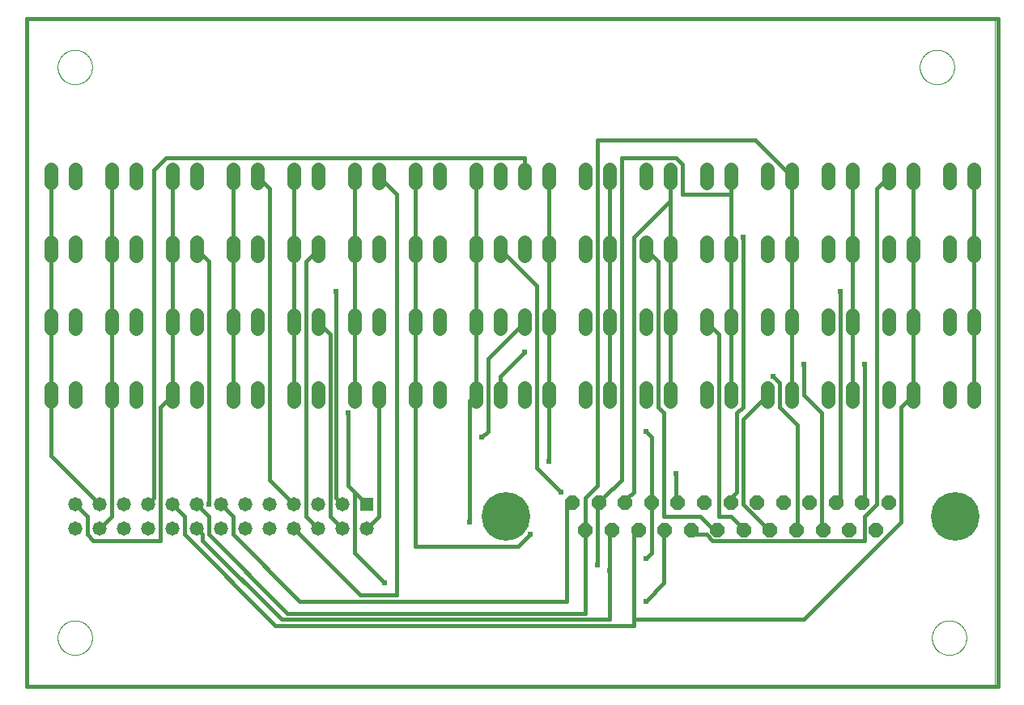
<source format=gtl>
G75*
%MOIN*%
%OFA0B0*%
%FSLAX25Y25*%
%IPPOS*%
%LPD*%
%AMOC8*
5,1,8,0,0,1.08239X$1,22.5*
%
%ADD10C,0.00000*%
%ADD11C,0.05600*%
%ADD12OC8,0.06000*%
%ADD13C,0.20000*%
%ADD14R,0.05800X0.05800*%
%ADD15C,0.05800*%
%ADD16C,0.01500*%
%ADD17C,0.02400*%
%ADD18C,0.01600*%
D10*
X0001800Y0001800D02*
X0001800Y0276761D01*
X0400501Y0276761D01*
X0400501Y0001800D01*
X0001800Y0001800D01*
X0014713Y0021800D02*
X0014715Y0021974D01*
X0014722Y0022148D01*
X0014732Y0022321D01*
X0014747Y0022495D01*
X0014766Y0022668D01*
X0014790Y0022840D01*
X0014817Y0023012D01*
X0014849Y0023183D01*
X0014885Y0023353D01*
X0014925Y0023522D01*
X0014970Y0023690D01*
X0015018Y0023857D01*
X0015071Y0024023D01*
X0015127Y0024188D01*
X0015188Y0024351D01*
X0015252Y0024512D01*
X0015321Y0024672D01*
X0015393Y0024830D01*
X0015470Y0024986D01*
X0015550Y0025141D01*
X0015634Y0025293D01*
X0015721Y0025443D01*
X0015813Y0025592D01*
X0015907Y0025737D01*
X0016006Y0025881D01*
X0016108Y0026022D01*
X0016213Y0026160D01*
X0016322Y0026296D01*
X0016434Y0026429D01*
X0016549Y0026559D01*
X0016667Y0026687D01*
X0016789Y0026811D01*
X0016913Y0026933D01*
X0017041Y0027051D01*
X0017171Y0027166D01*
X0017304Y0027278D01*
X0017440Y0027387D01*
X0017578Y0027492D01*
X0017719Y0027594D01*
X0017863Y0027693D01*
X0018008Y0027787D01*
X0018157Y0027879D01*
X0018307Y0027966D01*
X0018459Y0028050D01*
X0018614Y0028130D01*
X0018770Y0028207D01*
X0018928Y0028279D01*
X0019088Y0028348D01*
X0019249Y0028412D01*
X0019412Y0028473D01*
X0019577Y0028529D01*
X0019743Y0028582D01*
X0019910Y0028630D01*
X0020078Y0028675D01*
X0020247Y0028715D01*
X0020417Y0028751D01*
X0020588Y0028783D01*
X0020760Y0028810D01*
X0020932Y0028834D01*
X0021105Y0028853D01*
X0021279Y0028868D01*
X0021452Y0028878D01*
X0021626Y0028885D01*
X0021800Y0028887D01*
X0021974Y0028885D01*
X0022148Y0028878D01*
X0022321Y0028868D01*
X0022495Y0028853D01*
X0022668Y0028834D01*
X0022840Y0028810D01*
X0023012Y0028783D01*
X0023183Y0028751D01*
X0023353Y0028715D01*
X0023522Y0028675D01*
X0023690Y0028630D01*
X0023857Y0028582D01*
X0024023Y0028529D01*
X0024188Y0028473D01*
X0024351Y0028412D01*
X0024512Y0028348D01*
X0024672Y0028279D01*
X0024830Y0028207D01*
X0024986Y0028130D01*
X0025141Y0028050D01*
X0025293Y0027966D01*
X0025443Y0027879D01*
X0025592Y0027787D01*
X0025737Y0027693D01*
X0025881Y0027594D01*
X0026022Y0027492D01*
X0026160Y0027387D01*
X0026296Y0027278D01*
X0026429Y0027166D01*
X0026559Y0027051D01*
X0026687Y0026933D01*
X0026811Y0026811D01*
X0026933Y0026687D01*
X0027051Y0026559D01*
X0027166Y0026429D01*
X0027278Y0026296D01*
X0027387Y0026160D01*
X0027492Y0026022D01*
X0027594Y0025881D01*
X0027693Y0025737D01*
X0027787Y0025592D01*
X0027879Y0025443D01*
X0027966Y0025293D01*
X0028050Y0025141D01*
X0028130Y0024986D01*
X0028207Y0024830D01*
X0028279Y0024672D01*
X0028348Y0024512D01*
X0028412Y0024351D01*
X0028473Y0024188D01*
X0028529Y0024023D01*
X0028582Y0023857D01*
X0028630Y0023690D01*
X0028675Y0023522D01*
X0028715Y0023353D01*
X0028751Y0023183D01*
X0028783Y0023012D01*
X0028810Y0022840D01*
X0028834Y0022668D01*
X0028853Y0022495D01*
X0028868Y0022321D01*
X0028878Y0022148D01*
X0028885Y0021974D01*
X0028887Y0021800D01*
X0028885Y0021626D01*
X0028878Y0021452D01*
X0028868Y0021279D01*
X0028853Y0021105D01*
X0028834Y0020932D01*
X0028810Y0020760D01*
X0028783Y0020588D01*
X0028751Y0020417D01*
X0028715Y0020247D01*
X0028675Y0020078D01*
X0028630Y0019910D01*
X0028582Y0019743D01*
X0028529Y0019577D01*
X0028473Y0019412D01*
X0028412Y0019249D01*
X0028348Y0019088D01*
X0028279Y0018928D01*
X0028207Y0018770D01*
X0028130Y0018614D01*
X0028050Y0018459D01*
X0027966Y0018307D01*
X0027879Y0018157D01*
X0027787Y0018008D01*
X0027693Y0017863D01*
X0027594Y0017719D01*
X0027492Y0017578D01*
X0027387Y0017440D01*
X0027278Y0017304D01*
X0027166Y0017171D01*
X0027051Y0017041D01*
X0026933Y0016913D01*
X0026811Y0016789D01*
X0026687Y0016667D01*
X0026559Y0016549D01*
X0026429Y0016434D01*
X0026296Y0016322D01*
X0026160Y0016213D01*
X0026022Y0016108D01*
X0025881Y0016006D01*
X0025737Y0015907D01*
X0025592Y0015813D01*
X0025443Y0015721D01*
X0025293Y0015634D01*
X0025141Y0015550D01*
X0024986Y0015470D01*
X0024830Y0015393D01*
X0024672Y0015321D01*
X0024512Y0015252D01*
X0024351Y0015188D01*
X0024188Y0015127D01*
X0024023Y0015071D01*
X0023857Y0015018D01*
X0023690Y0014970D01*
X0023522Y0014925D01*
X0023353Y0014885D01*
X0023183Y0014849D01*
X0023012Y0014817D01*
X0022840Y0014790D01*
X0022668Y0014766D01*
X0022495Y0014747D01*
X0022321Y0014732D01*
X0022148Y0014722D01*
X0021974Y0014715D01*
X0021800Y0014713D01*
X0021626Y0014715D01*
X0021452Y0014722D01*
X0021279Y0014732D01*
X0021105Y0014747D01*
X0020932Y0014766D01*
X0020760Y0014790D01*
X0020588Y0014817D01*
X0020417Y0014849D01*
X0020247Y0014885D01*
X0020078Y0014925D01*
X0019910Y0014970D01*
X0019743Y0015018D01*
X0019577Y0015071D01*
X0019412Y0015127D01*
X0019249Y0015188D01*
X0019088Y0015252D01*
X0018928Y0015321D01*
X0018770Y0015393D01*
X0018614Y0015470D01*
X0018459Y0015550D01*
X0018307Y0015634D01*
X0018157Y0015721D01*
X0018008Y0015813D01*
X0017863Y0015907D01*
X0017719Y0016006D01*
X0017578Y0016108D01*
X0017440Y0016213D01*
X0017304Y0016322D01*
X0017171Y0016434D01*
X0017041Y0016549D01*
X0016913Y0016667D01*
X0016789Y0016789D01*
X0016667Y0016913D01*
X0016549Y0017041D01*
X0016434Y0017171D01*
X0016322Y0017304D01*
X0016213Y0017440D01*
X0016108Y0017578D01*
X0016006Y0017719D01*
X0015907Y0017863D01*
X0015813Y0018008D01*
X0015721Y0018157D01*
X0015634Y0018307D01*
X0015550Y0018459D01*
X0015470Y0018614D01*
X0015393Y0018770D01*
X0015321Y0018928D01*
X0015252Y0019088D01*
X0015188Y0019249D01*
X0015127Y0019412D01*
X0015071Y0019577D01*
X0015018Y0019743D01*
X0014970Y0019910D01*
X0014925Y0020078D01*
X0014885Y0020247D01*
X0014849Y0020417D01*
X0014817Y0020588D01*
X0014790Y0020760D01*
X0014766Y0020932D01*
X0014747Y0021105D01*
X0014732Y0021279D01*
X0014722Y0021452D01*
X0014715Y0021626D01*
X0014713Y0021800D01*
X0014713Y0256800D02*
X0014715Y0256974D01*
X0014722Y0257148D01*
X0014732Y0257321D01*
X0014747Y0257495D01*
X0014766Y0257668D01*
X0014790Y0257840D01*
X0014817Y0258012D01*
X0014849Y0258183D01*
X0014885Y0258353D01*
X0014925Y0258522D01*
X0014970Y0258690D01*
X0015018Y0258857D01*
X0015071Y0259023D01*
X0015127Y0259188D01*
X0015188Y0259351D01*
X0015252Y0259512D01*
X0015321Y0259672D01*
X0015393Y0259830D01*
X0015470Y0259986D01*
X0015550Y0260141D01*
X0015634Y0260293D01*
X0015721Y0260443D01*
X0015813Y0260592D01*
X0015907Y0260737D01*
X0016006Y0260881D01*
X0016108Y0261022D01*
X0016213Y0261160D01*
X0016322Y0261296D01*
X0016434Y0261429D01*
X0016549Y0261559D01*
X0016667Y0261687D01*
X0016789Y0261811D01*
X0016913Y0261933D01*
X0017041Y0262051D01*
X0017171Y0262166D01*
X0017304Y0262278D01*
X0017440Y0262387D01*
X0017578Y0262492D01*
X0017719Y0262594D01*
X0017863Y0262693D01*
X0018008Y0262787D01*
X0018157Y0262879D01*
X0018307Y0262966D01*
X0018459Y0263050D01*
X0018614Y0263130D01*
X0018770Y0263207D01*
X0018928Y0263279D01*
X0019088Y0263348D01*
X0019249Y0263412D01*
X0019412Y0263473D01*
X0019577Y0263529D01*
X0019743Y0263582D01*
X0019910Y0263630D01*
X0020078Y0263675D01*
X0020247Y0263715D01*
X0020417Y0263751D01*
X0020588Y0263783D01*
X0020760Y0263810D01*
X0020932Y0263834D01*
X0021105Y0263853D01*
X0021279Y0263868D01*
X0021452Y0263878D01*
X0021626Y0263885D01*
X0021800Y0263887D01*
X0021974Y0263885D01*
X0022148Y0263878D01*
X0022321Y0263868D01*
X0022495Y0263853D01*
X0022668Y0263834D01*
X0022840Y0263810D01*
X0023012Y0263783D01*
X0023183Y0263751D01*
X0023353Y0263715D01*
X0023522Y0263675D01*
X0023690Y0263630D01*
X0023857Y0263582D01*
X0024023Y0263529D01*
X0024188Y0263473D01*
X0024351Y0263412D01*
X0024512Y0263348D01*
X0024672Y0263279D01*
X0024830Y0263207D01*
X0024986Y0263130D01*
X0025141Y0263050D01*
X0025293Y0262966D01*
X0025443Y0262879D01*
X0025592Y0262787D01*
X0025737Y0262693D01*
X0025881Y0262594D01*
X0026022Y0262492D01*
X0026160Y0262387D01*
X0026296Y0262278D01*
X0026429Y0262166D01*
X0026559Y0262051D01*
X0026687Y0261933D01*
X0026811Y0261811D01*
X0026933Y0261687D01*
X0027051Y0261559D01*
X0027166Y0261429D01*
X0027278Y0261296D01*
X0027387Y0261160D01*
X0027492Y0261022D01*
X0027594Y0260881D01*
X0027693Y0260737D01*
X0027787Y0260592D01*
X0027879Y0260443D01*
X0027966Y0260293D01*
X0028050Y0260141D01*
X0028130Y0259986D01*
X0028207Y0259830D01*
X0028279Y0259672D01*
X0028348Y0259512D01*
X0028412Y0259351D01*
X0028473Y0259188D01*
X0028529Y0259023D01*
X0028582Y0258857D01*
X0028630Y0258690D01*
X0028675Y0258522D01*
X0028715Y0258353D01*
X0028751Y0258183D01*
X0028783Y0258012D01*
X0028810Y0257840D01*
X0028834Y0257668D01*
X0028853Y0257495D01*
X0028868Y0257321D01*
X0028878Y0257148D01*
X0028885Y0256974D01*
X0028887Y0256800D01*
X0028885Y0256626D01*
X0028878Y0256452D01*
X0028868Y0256279D01*
X0028853Y0256105D01*
X0028834Y0255932D01*
X0028810Y0255760D01*
X0028783Y0255588D01*
X0028751Y0255417D01*
X0028715Y0255247D01*
X0028675Y0255078D01*
X0028630Y0254910D01*
X0028582Y0254743D01*
X0028529Y0254577D01*
X0028473Y0254412D01*
X0028412Y0254249D01*
X0028348Y0254088D01*
X0028279Y0253928D01*
X0028207Y0253770D01*
X0028130Y0253614D01*
X0028050Y0253459D01*
X0027966Y0253307D01*
X0027879Y0253157D01*
X0027787Y0253008D01*
X0027693Y0252863D01*
X0027594Y0252719D01*
X0027492Y0252578D01*
X0027387Y0252440D01*
X0027278Y0252304D01*
X0027166Y0252171D01*
X0027051Y0252041D01*
X0026933Y0251913D01*
X0026811Y0251789D01*
X0026687Y0251667D01*
X0026559Y0251549D01*
X0026429Y0251434D01*
X0026296Y0251322D01*
X0026160Y0251213D01*
X0026022Y0251108D01*
X0025881Y0251006D01*
X0025737Y0250907D01*
X0025592Y0250813D01*
X0025443Y0250721D01*
X0025293Y0250634D01*
X0025141Y0250550D01*
X0024986Y0250470D01*
X0024830Y0250393D01*
X0024672Y0250321D01*
X0024512Y0250252D01*
X0024351Y0250188D01*
X0024188Y0250127D01*
X0024023Y0250071D01*
X0023857Y0250018D01*
X0023690Y0249970D01*
X0023522Y0249925D01*
X0023353Y0249885D01*
X0023183Y0249849D01*
X0023012Y0249817D01*
X0022840Y0249790D01*
X0022668Y0249766D01*
X0022495Y0249747D01*
X0022321Y0249732D01*
X0022148Y0249722D01*
X0021974Y0249715D01*
X0021800Y0249713D01*
X0021626Y0249715D01*
X0021452Y0249722D01*
X0021279Y0249732D01*
X0021105Y0249747D01*
X0020932Y0249766D01*
X0020760Y0249790D01*
X0020588Y0249817D01*
X0020417Y0249849D01*
X0020247Y0249885D01*
X0020078Y0249925D01*
X0019910Y0249970D01*
X0019743Y0250018D01*
X0019577Y0250071D01*
X0019412Y0250127D01*
X0019249Y0250188D01*
X0019088Y0250252D01*
X0018928Y0250321D01*
X0018770Y0250393D01*
X0018614Y0250470D01*
X0018459Y0250550D01*
X0018307Y0250634D01*
X0018157Y0250721D01*
X0018008Y0250813D01*
X0017863Y0250907D01*
X0017719Y0251006D01*
X0017578Y0251108D01*
X0017440Y0251213D01*
X0017304Y0251322D01*
X0017171Y0251434D01*
X0017041Y0251549D01*
X0016913Y0251667D01*
X0016789Y0251789D01*
X0016667Y0251913D01*
X0016549Y0252041D01*
X0016434Y0252171D01*
X0016322Y0252304D01*
X0016213Y0252440D01*
X0016108Y0252578D01*
X0016006Y0252719D01*
X0015907Y0252863D01*
X0015813Y0253008D01*
X0015721Y0253157D01*
X0015634Y0253307D01*
X0015550Y0253459D01*
X0015470Y0253614D01*
X0015393Y0253770D01*
X0015321Y0253928D01*
X0015252Y0254088D01*
X0015188Y0254249D01*
X0015127Y0254412D01*
X0015071Y0254577D01*
X0015018Y0254743D01*
X0014970Y0254910D01*
X0014925Y0255078D01*
X0014885Y0255247D01*
X0014849Y0255417D01*
X0014817Y0255588D01*
X0014790Y0255760D01*
X0014766Y0255932D01*
X0014747Y0256105D01*
X0014732Y0256279D01*
X0014722Y0256452D01*
X0014715Y0256626D01*
X0014713Y0256800D01*
X0369713Y0256800D02*
X0369715Y0256974D01*
X0369722Y0257148D01*
X0369732Y0257321D01*
X0369747Y0257495D01*
X0369766Y0257668D01*
X0369790Y0257840D01*
X0369817Y0258012D01*
X0369849Y0258183D01*
X0369885Y0258353D01*
X0369925Y0258522D01*
X0369970Y0258690D01*
X0370018Y0258857D01*
X0370071Y0259023D01*
X0370127Y0259188D01*
X0370188Y0259351D01*
X0370252Y0259512D01*
X0370321Y0259672D01*
X0370393Y0259830D01*
X0370470Y0259986D01*
X0370550Y0260141D01*
X0370634Y0260293D01*
X0370721Y0260443D01*
X0370813Y0260592D01*
X0370907Y0260737D01*
X0371006Y0260881D01*
X0371108Y0261022D01*
X0371213Y0261160D01*
X0371322Y0261296D01*
X0371434Y0261429D01*
X0371549Y0261559D01*
X0371667Y0261687D01*
X0371789Y0261811D01*
X0371913Y0261933D01*
X0372041Y0262051D01*
X0372171Y0262166D01*
X0372304Y0262278D01*
X0372440Y0262387D01*
X0372578Y0262492D01*
X0372719Y0262594D01*
X0372863Y0262693D01*
X0373008Y0262787D01*
X0373157Y0262879D01*
X0373307Y0262966D01*
X0373459Y0263050D01*
X0373614Y0263130D01*
X0373770Y0263207D01*
X0373928Y0263279D01*
X0374088Y0263348D01*
X0374249Y0263412D01*
X0374412Y0263473D01*
X0374577Y0263529D01*
X0374743Y0263582D01*
X0374910Y0263630D01*
X0375078Y0263675D01*
X0375247Y0263715D01*
X0375417Y0263751D01*
X0375588Y0263783D01*
X0375760Y0263810D01*
X0375932Y0263834D01*
X0376105Y0263853D01*
X0376279Y0263868D01*
X0376452Y0263878D01*
X0376626Y0263885D01*
X0376800Y0263887D01*
X0376974Y0263885D01*
X0377148Y0263878D01*
X0377321Y0263868D01*
X0377495Y0263853D01*
X0377668Y0263834D01*
X0377840Y0263810D01*
X0378012Y0263783D01*
X0378183Y0263751D01*
X0378353Y0263715D01*
X0378522Y0263675D01*
X0378690Y0263630D01*
X0378857Y0263582D01*
X0379023Y0263529D01*
X0379188Y0263473D01*
X0379351Y0263412D01*
X0379512Y0263348D01*
X0379672Y0263279D01*
X0379830Y0263207D01*
X0379986Y0263130D01*
X0380141Y0263050D01*
X0380293Y0262966D01*
X0380443Y0262879D01*
X0380592Y0262787D01*
X0380737Y0262693D01*
X0380881Y0262594D01*
X0381022Y0262492D01*
X0381160Y0262387D01*
X0381296Y0262278D01*
X0381429Y0262166D01*
X0381559Y0262051D01*
X0381687Y0261933D01*
X0381811Y0261811D01*
X0381933Y0261687D01*
X0382051Y0261559D01*
X0382166Y0261429D01*
X0382278Y0261296D01*
X0382387Y0261160D01*
X0382492Y0261022D01*
X0382594Y0260881D01*
X0382693Y0260737D01*
X0382787Y0260592D01*
X0382879Y0260443D01*
X0382966Y0260293D01*
X0383050Y0260141D01*
X0383130Y0259986D01*
X0383207Y0259830D01*
X0383279Y0259672D01*
X0383348Y0259512D01*
X0383412Y0259351D01*
X0383473Y0259188D01*
X0383529Y0259023D01*
X0383582Y0258857D01*
X0383630Y0258690D01*
X0383675Y0258522D01*
X0383715Y0258353D01*
X0383751Y0258183D01*
X0383783Y0258012D01*
X0383810Y0257840D01*
X0383834Y0257668D01*
X0383853Y0257495D01*
X0383868Y0257321D01*
X0383878Y0257148D01*
X0383885Y0256974D01*
X0383887Y0256800D01*
X0383885Y0256626D01*
X0383878Y0256452D01*
X0383868Y0256279D01*
X0383853Y0256105D01*
X0383834Y0255932D01*
X0383810Y0255760D01*
X0383783Y0255588D01*
X0383751Y0255417D01*
X0383715Y0255247D01*
X0383675Y0255078D01*
X0383630Y0254910D01*
X0383582Y0254743D01*
X0383529Y0254577D01*
X0383473Y0254412D01*
X0383412Y0254249D01*
X0383348Y0254088D01*
X0383279Y0253928D01*
X0383207Y0253770D01*
X0383130Y0253614D01*
X0383050Y0253459D01*
X0382966Y0253307D01*
X0382879Y0253157D01*
X0382787Y0253008D01*
X0382693Y0252863D01*
X0382594Y0252719D01*
X0382492Y0252578D01*
X0382387Y0252440D01*
X0382278Y0252304D01*
X0382166Y0252171D01*
X0382051Y0252041D01*
X0381933Y0251913D01*
X0381811Y0251789D01*
X0381687Y0251667D01*
X0381559Y0251549D01*
X0381429Y0251434D01*
X0381296Y0251322D01*
X0381160Y0251213D01*
X0381022Y0251108D01*
X0380881Y0251006D01*
X0380737Y0250907D01*
X0380592Y0250813D01*
X0380443Y0250721D01*
X0380293Y0250634D01*
X0380141Y0250550D01*
X0379986Y0250470D01*
X0379830Y0250393D01*
X0379672Y0250321D01*
X0379512Y0250252D01*
X0379351Y0250188D01*
X0379188Y0250127D01*
X0379023Y0250071D01*
X0378857Y0250018D01*
X0378690Y0249970D01*
X0378522Y0249925D01*
X0378353Y0249885D01*
X0378183Y0249849D01*
X0378012Y0249817D01*
X0377840Y0249790D01*
X0377668Y0249766D01*
X0377495Y0249747D01*
X0377321Y0249732D01*
X0377148Y0249722D01*
X0376974Y0249715D01*
X0376800Y0249713D01*
X0376626Y0249715D01*
X0376452Y0249722D01*
X0376279Y0249732D01*
X0376105Y0249747D01*
X0375932Y0249766D01*
X0375760Y0249790D01*
X0375588Y0249817D01*
X0375417Y0249849D01*
X0375247Y0249885D01*
X0375078Y0249925D01*
X0374910Y0249970D01*
X0374743Y0250018D01*
X0374577Y0250071D01*
X0374412Y0250127D01*
X0374249Y0250188D01*
X0374088Y0250252D01*
X0373928Y0250321D01*
X0373770Y0250393D01*
X0373614Y0250470D01*
X0373459Y0250550D01*
X0373307Y0250634D01*
X0373157Y0250721D01*
X0373008Y0250813D01*
X0372863Y0250907D01*
X0372719Y0251006D01*
X0372578Y0251108D01*
X0372440Y0251213D01*
X0372304Y0251322D01*
X0372171Y0251434D01*
X0372041Y0251549D01*
X0371913Y0251667D01*
X0371789Y0251789D01*
X0371667Y0251913D01*
X0371549Y0252041D01*
X0371434Y0252171D01*
X0371322Y0252304D01*
X0371213Y0252440D01*
X0371108Y0252578D01*
X0371006Y0252719D01*
X0370907Y0252863D01*
X0370813Y0253008D01*
X0370721Y0253157D01*
X0370634Y0253307D01*
X0370550Y0253459D01*
X0370470Y0253614D01*
X0370393Y0253770D01*
X0370321Y0253928D01*
X0370252Y0254088D01*
X0370188Y0254249D01*
X0370127Y0254412D01*
X0370071Y0254577D01*
X0370018Y0254743D01*
X0369970Y0254910D01*
X0369925Y0255078D01*
X0369885Y0255247D01*
X0369849Y0255417D01*
X0369817Y0255588D01*
X0369790Y0255760D01*
X0369766Y0255932D01*
X0369747Y0256105D01*
X0369732Y0256279D01*
X0369722Y0256452D01*
X0369715Y0256626D01*
X0369713Y0256800D01*
X0374713Y0021800D02*
X0374715Y0021974D01*
X0374722Y0022148D01*
X0374732Y0022321D01*
X0374747Y0022495D01*
X0374766Y0022668D01*
X0374790Y0022840D01*
X0374817Y0023012D01*
X0374849Y0023183D01*
X0374885Y0023353D01*
X0374925Y0023522D01*
X0374970Y0023690D01*
X0375018Y0023857D01*
X0375071Y0024023D01*
X0375127Y0024188D01*
X0375188Y0024351D01*
X0375252Y0024512D01*
X0375321Y0024672D01*
X0375393Y0024830D01*
X0375470Y0024986D01*
X0375550Y0025141D01*
X0375634Y0025293D01*
X0375721Y0025443D01*
X0375813Y0025592D01*
X0375907Y0025737D01*
X0376006Y0025881D01*
X0376108Y0026022D01*
X0376213Y0026160D01*
X0376322Y0026296D01*
X0376434Y0026429D01*
X0376549Y0026559D01*
X0376667Y0026687D01*
X0376789Y0026811D01*
X0376913Y0026933D01*
X0377041Y0027051D01*
X0377171Y0027166D01*
X0377304Y0027278D01*
X0377440Y0027387D01*
X0377578Y0027492D01*
X0377719Y0027594D01*
X0377863Y0027693D01*
X0378008Y0027787D01*
X0378157Y0027879D01*
X0378307Y0027966D01*
X0378459Y0028050D01*
X0378614Y0028130D01*
X0378770Y0028207D01*
X0378928Y0028279D01*
X0379088Y0028348D01*
X0379249Y0028412D01*
X0379412Y0028473D01*
X0379577Y0028529D01*
X0379743Y0028582D01*
X0379910Y0028630D01*
X0380078Y0028675D01*
X0380247Y0028715D01*
X0380417Y0028751D01*
X0380588Y0028783D01*
X0380760Y0028810D01*
X0380932Y0028834D01*
X0381105Y0028853D01*
X0381279Y0028868D01*
X0381452Y0028878D01*
X0381626Y0028885D01*
X0381800Y0028887D01*
X0381974Y0028885D01*
X0382148Y0028878D01*
X0382321Y0028868D01*
X0382495Y0028853D01*
X0382668Y0028834D01*
X0382840Y0028810D01*
X0383012Y0028783D01*
X0383183Y0028751D01*
X0383353Y0028715D01*
X0383522Y0028675D01*
X0383690Y0028630D01*
X0383857Y0028582D01*
X0384023Y0028529D01*
X0384188Y0028473D01*
X0384351Y0028412D01*
X0384512Y0028348D01*
X0384672Y0028279D01*
X0384830Y0028207D01*
X0384986Y0028130D01*
X0385141Y0028050D01*
X0385293Y0027966D01*
X0385443Y0027879D01*
X0385592Y0027787D01*
X0385737Y0027693D01*
X0385881Y0027594D01*
X0386022Y0027492D01*
X0386160Y0027387D01*
X0386296Y0027278D01*
X0386429Y0027166D01*
X0386559Y0027051D01*
X0386687Y0026933D01*
X0386811Y0026811D01*
X0386933Y0026687D01*
X0387051Y0026559D01*
X0387166Y0026429D01*
X0387278Y0026296D01*
X0387387Y0026160D01*
X0387492Y0026022D01*
X0387594Y0025881D01*
X0387693Y0025737D01*
X0387787Y0025592D01*
X0387879Y0025443D01*
X0387966Y0025293D01*
X0388050Y0025141D01*
X0388130Y0024986D01*
X0388207Y0024830D01*
X0388279Y0024672D01*
X0388348Y0024512D01*
X0388412Y0024351D01*
X0388473Y0024188D01*
X0388529Y0024023D01*
X0388582Y0023857D01*
X0388630Y0023690D01*
X0388675Y0023522D01*
X0388715Y0023353D01*
X0388751Y0023183D01*
X0388783Y0023012D01*
X0388810Y0022840D01*
X0388834Y0022668D01*
X0388853Y0022495D01*
X0388868Y0022321D01*
X0388878Y0022148D01*
X0388885Y0021974D01*
X0388887Y0021800D01*
X0388885Y0021626D01*
X0388878Y0021452D01*
X0388868Y0021279D01*
X0388853Y0021105D01*
X0388834Y0020932D01*
X0388810Y0020760D01*
X0388783Y0020588D01*
X0388751Y0020417D01*
X0388715Y0020247D01*
X0388675Y0020078D01*
X0388630Y0019910D01*
X0388582Y0019743D01*
X0388529Y0019577D01*
X0388473Y0019412D01*
X0388412Y0019249D01*
X0388348Y0019088D01*
X0388279Y0018928D01*
X0388207Y0018770D01*
X0388130Y0018614D01*
X0388050Y0018459D01*
X0387966Y0018307D01*
X0387879Y0018157D01*
X0387787Y0018008D01*
X0387693Y0017863D01*
X0387594Y0017719D01*
X0387492Y0017578D01*
X0387387Y0017440D01*
X0387278Y0017304D01*
X0387166Y0017171D01*
X0387051Y0017041D01*
X0386933Y0016913D01*
X0386811Y0016789D01*
X0386687Y0016667D01*
X0386559Y0016549D01*
X0386429Y0016434D01*
X0386296Y0016322D01*
X0386160Y0016213D01*
X0386022Y0016108D01*
X0385881Y0016006D01*
X0385737Y0015907D01*
X0385592Y0015813D01*
X0385443Y0015721D01*
X0385293Y0015634D01*
X0385141Y0015550D01*
X0384986Y0015470D01*
X0384830Y0015393D01*
X0384672Y0015321D01*
X0384512Y0015252D01*
X0384351Y0015188D01*
X0384188Y0015127D01*
X0384023Y0015071D01*
X0383857Y0015018D01*
X0383690Y0014970D01*
X0383522Y0014925D01*
X0383353Y0014885D01*
X0383183Y0014849D01*
X0383012Y0014817D01*
X0382840Y0014790D01*
X0382668Y0014766D01*
X0382495Y0014747D01*
X0382321Y0014732D01*
X0382148Y0014722D01*
X0381974Y0014715D01*
X0381800Y0014713D01*
X0381626Y0014715D01*
X0381452Y0014722D01*
X0381279Y0014732D01*
X0381105Y0014747D01*
X0380932Y0014766D01*
X0380760Y0014790D01*
X0380588Y0014817D01*
X0380417Y0014849D01*
X0380247Y0014885D01*
X0380078Y0014925D01*
X0379910Y0014970D01*
X0379743Y0015018D01*
X0379577Y0015071D01*
X0379412Y0015127D01*
X0379249Y0015188D01*
X0379088Y0015252D01*
X0378928Y0015321D01*
X0378770Y0015393D01*
X0378614Y0015470D01*
X0378459Y0015550D01*
X0378307Y0015634D01*
X0378157Y0015721D01*
X0378008Y0015813D01*
X0377863Y0015907D01*
X0377719Y0016006D01*
X0377578Y0016108D01*
X0377440Y0016213D01*
X0377304Y0016322D01*
X0377171Y0016434D01*
X0377041Y0016549D01*
X0376913Y0016667D01*
X0376789Y0016789D01*
X0376667Y0016913D01*
X0376549Y0017041D01*
X0376434Y0017171D01*
X0376322Y0017304D01*
X0376213Y0017440D01*
X0376108Y0017578D01*
X0376006Y0017719D01*
X0375907Y0017863D01*
X0375813Y0018008D01*
X0375721Y0018157D01*
X0375634Y0018307D01*
X0375550Y0018459D01*
X0375470Y0018614D01*
X0375393Y0018770D01*
X0375321Y0018928D01*
X0375252Y0019088D01*
X0375188Y0019249D01*
X0375127Y0019412D01*
X0375071Y0019577D01*
X0375018Y0019743D01*
X0374970Y0019910D01*
X0374925Y0020078D01*
X0374885Y0020247D01*
X0374849Y0020417D01*
X0374817Y0020588D01*
X0374790Y0020760D01*
X0374766Y0020932D01*
X0374747Y0021105D01*
X0374732Y0021279D01*
X0374722Y0021452D01*
X0374715Y0021626D01*
X0374713Y0021800D01*
D11*
X0381800Y0119000D02*
X0381800Y0124600D01*
X0391800Y0124600D02*
X0391800Y0119000D01*
X0366800Y0119000D02*
X0366800Y0124600D01*
X0356800Y0124600D02*
X0356800Y0119000D01*
X0341800Y0119000D02*
X0341800Y0124600D01*
X0331800Y0124600D02*
X0331800Y0119000D01*
X0316800Y0119000D02*
X0316800Y0124600D01*
X0306800Y0124600D02*
X0306800Y0119000D01*
X0291800Y0119000D02*
X0291800Y0124600D01*
X0281800Y0124600D02*
X0281800Y0119000D01*
X0266800Y0119000D02*
X0266800Y0124600D01*
X0256800Y0124600D02*
X0256800Y0119000D01*
X0241800Y0119000D02*
X0241800Y0124600D01*
X0231800Y0124600D02*
X0231800Y0119000D01*
X0216800Y0119000D02*
X0216800Y0124600D01*
X0206800Y0124600D02*
X0206800Y0119000D01*
X0196800Y0119000D02*
X0196800Y0124600D01*
X0186800Y0124600D02*
X0186800Y0119000D01*
X0171800Y0119000D02*
X0171800Y0124600D01*
X0161800Y0124600D02*
X0161800Y0119000D01*
X0146800Y0119000D02*
X0146800Y0124600D01*
X0136800Y0124600D02*
X0136800Y0119000D01*
X0121800Y0119000D02*
X0121800Y0124600D01*
X0111800Y0124600D02*
X0111800Y0119000D01*
X0096800Y0119000D02*
X0096800Y0124600D01*
X0086800Y0124600D02*
X0086800Y0119000D01*
X0071800Y0119000D02*
X0071800Y0124600D01*
X0061800Y0124600D02*
X0061800Y0119000D01*
X0046800Y0119000D02*
X0046800Y0124600D01*
X0036800Y0124600D02*
X0036800Y0119000D01*
X0021800Y0119000D02*
X0021800Y0124600D01*
X0011800Y0124600D02*
X0011800Y0119000D01*
X0011800Y0149000D02*
X0011800Y0154600D01*
X0021800Y0154600D02*
X0021800Y0149000D01*
X0036800Y0149000D02*
X0036800Y0154600D01*
X0046800Y0154600D02*
X0046800Y0149000D01*
X0061800Y0149000D02*
X0061800Y0154600D01*
X0071800Y0154600D02*
X0071800Y0149000D01*
X0086800Y0149000D02*
X0086800Y0154600D01*
X0096800Y0154600D02*
X0096800Y0149000D01*
X0111800Y0149000D02*
X0111800Y0154600D01*
X0121800Y0154600D02*
X0121800Y0149000D01*
X0136800Y0149000D02*
X0136800Y0154600D01*
X0146800Y0154600D02*
X0146800Y0149000D01*
X0161800Y0149000D02*
X0161800Y0154600D01*
X0171800Y0154600D02*
X0171800Y0149000D01*
X0186800Y0149000D02*
X0186800Y0154600D01*
X0196800Y0154600D02*
X0196800Y0149000D01*
X0206800Y0149000D02*
X0206800Y0154600D01*
X0216800Y0154600D02*
X0216800Y0149000D01*
X0231800Y0149000D02*
X0231800Y0154600D01*
X0241800Y0154600D02*
X0241800Y0149000D01*
X0256800Y0149000D02*
X0256800Y0154600D01*
X0266800Y0154600D02*
X0266800Y0149000D01*
X0281800Y0149000D02*
X0281800Y0154600D01*
X0291800Y0154600D02*
X0291800Y0149000D01*
X0306800Y0149000D02*
X0306800Y0154600D01*
X0316800Y0154600D02*
X0316800Y0149000D01*
X0331800Y0149000D02*
X0331800Y0154600D01*
X0341800Y0154600D02*
X0341800Y0149000D01*
X0356800Y0149000D02*
X0356800Y0154600D01*
X0366800Y0154600D02*
X0366800Y0149000D01*
X0381800Y0149000D02*
X0381800Y0154600D01*
X0391800Y0154600D02*
X0391800Y0149000D01*
X0391800Y0179000D02*
X0391800Y0184600D01*
X0381800Y0184600D02*
X0381800Y0179000D01*
X0366800Y0179000D02*
X0366800Y0184600D01*
X0356800Y0184600D02*
X0356800Y0179000D01*
X0341800Y0179000D02*
X0341800Y0184600D01*
X0331800Y0184600D02*
X0331800Y0179000D01*
X0316800Y0179000D02*
X0316800Y0184600D01*
X0306800Y0184600D02*
X0306800Y0179000D01*
X0291800Y0179000D02*
X0291800Y0184600D01*
X0281800Y0184600D02*
X0281800Y0179000D01*
X0266800Y0179000D02*
X0266800Y0184600D01*
X0256800Y0184600D02*
X0256800Y0179000D01*
X0241800Y0179000D02*
X0241800Y0184600D01*
X0231800Y0184600D02*
X0231800Y0179000D01*
X0216800Y0179000D02*
X0216800Y0184600D01*
X0206800Y0184600D02*
X0206800Y0179000D01*
X0196800Y0179000D02*
X0196800Y0184600D01*
X0186800Y0184600D02*
X0186800Y0179000D01*
X0171800Y0179000D02*
X0171800Y0184600D01*
X0161800Y0184600D02*
X0161800Y0179000D01*
X0146800Y0179000D02*
X0146800Y0184600D01*
X0136800Y0184600D02*
X0136800Y0179000D01*
X0121800Y0179000D02*
X0121800Y0184600D01*
X0111800Y0184600D02*
X0111800Y0179000D01*
X0096800Y0179000D02*
X0096800Y0184600D01*
X0086800Y0184600D02*
X0086800Y0179000D01*
X0071800Y0179000D02*
X0071800Y0184600D01*
X0061800Y0184600D02*
X0061800Y0179000D01*
X0046800Y0179000D02*
X0046800Y0184600D01*
X0036800Y0184600D02*
X0036800Y0179000D01*
X0021800Y0179000D02*
X0021800Y0184600D01*
X0011800Y0184600D02*
X0011800Y0179000D01*
X0011800Y0209000D02*
X0011800Y0214600D01*
X0021800Y0214600D02*
X0021800Y0209000D01*
X0036800Y0209000D02*
X0036800Y0214600D01*
X0046800Y0214600D02*
X0046800Y0209000D01*
X0061800Y0209000D02*
X0061800Y0214600D01*
X0071800Y0214600D02*
X0071800Y0209000D01*
X0086800Y0209000D02*
X0086800Y0214600D01*
X0096800Y0214600D02*
X0096800Y0209000D01*
X0111800Y0209000D02*
X0111800Y0214600D01*
X0121800Y0214600D02*
X0121800Y0209000D01*
X0136800Y0209000D02*
X0136800Y0214600D01*
X0146800Y0214600D02*
X0146800Y0209000D01*
X0161800Y0209000D02*
X0161800Y0214600D01*
X0171800Y0214600D02*
X0171800Y0209000D01*
X0186800Y0209000D02*
X0186800Y0214600D01*
X0196800Y0214600D02*
X0196800Y0209000D01*
X0206800Y0209000D02*
X0206800Y0214600D01*
X0216800Y0214600D02*
X0216800Y0209000D01*
X0231800Y0209000D02*
X0231800Y0214600D01*
X0241800Y0214600D02*
X0241800Y0209000D01*
X0256800Y0209000D02*
X0256800Y0214600D01*
X0266800Y0214600D02*
X0266800Y0209000D01*
X0281800Y0209000D02*
X0281800Y0214600D01*
X0291800Y0214600D02*
X0291800Y0209000D01*
X0306800Y0209000D02*
X0306800Y0214600D01*
X0316800Y0214600D02*
X0316800Y0209000D01*
X0331800Y0209000D02*
X0331800Y0214600D01*
X0341800Y0214600D02*
X0341800Y0209000D01*
X0356800Y0209000D02*
X0356800Y0214600D01*
X0366800Y0214600D02*
X0366800Y0209000D01*
X0381800Y0209000D02*
X0381800Y0214600D01*
X0391800Y0214600D02*
X0391800Y0209000D01*
D12*
X0357000Y0077400D03*
X0346100Y0077400D03*
X0335300Y0077400D03*
X0324400Y0077400D03*
X0313500Y0077400D03*
X0302700Y0077400D03*
X0291800Y0077400D03*
X0280900Y0077400D03*
X0270100Y0077400D03*
X0259200Y0077400D03*
X0248300Y0077400D03*
X0237500Y0077400D03*
X0226600Y0077400D03*
X0232000Y0066200D03*
X0242900Y0066200D03*
X0253800Y0066200D03*
X0264600Y0066200D03*
X0275500Y0066200D03*
X0286400Y0066200D03*
X0297200Y0066200D03*
X0308100Y0066200D03*
X0319000Y0066200D03*
X0329800Y0066200D03*
X0340700Y0066200D03*
X0351600Y0066200D03*
D13*
X0384400Y0071800D03*
X0199200Y0071800D03*
D14*
X0141800Y0076800D03*
D15*
X0131800Y0076800D03*
X0121800Y0076800D03*
X0111800Y0076800D03*
X0101800Y0076800D03*
X0091800Y0076800D03*
X0081800Y0076800D03*
X0071800Y0076800D03*
X0061800Y0076800D03*
X0051800Y0076800D03*
X0041800Y0076800D03*
X0031800Y0076800D03*
X0021800Y0076800D03*
X0021800Y0066800D03*
X0031800Y0066800D03*
X0041800Y0066800D03*
X0051800Y0066800D03*
X0061800Y0066800D03*
X0071800Y0066800D03*
X0081800Y0066800D03*
X0091800Y0066800D03*
X0101800Y0066800D03*
X0111800Y0066800D03*
X0121800Y0066800D03*
X0131800Y0066800D03*
X0141800Y0066800D03*
D16*
X0146800Y0071800D01*
X0146800Y0121800D01*
X0136800Y0121800D02*
X0136800Y0151800D01*
X0136800Y0181800D01*
X0136800Y0211800D01*
X0146800Y0211800D02*
X0154300Y0204300D01*
X0154300Y0039300D01*
X0139300Y0039300D01*
X0111800Y0066800D01*
X0116800Y0071800D02*
X0116800Y0176800D01*
X0121800Y0181800D01*
X0111800Y0181800D02*
X0111800Y0151800D01*
X0111800Y0121800D01*
X0134300Y0114300D02*
X0134300Y0084300D01*
X0136800Y0081800D01*
X0136800Y0056800D01*
X0149300Y0044300D01*
X0161800Y0059300D02*
X0161800Y0121800D01*
X0161800Y0151800D01*
X0161800Y0181800D01*
X0161800Y0211800D01*
X0186800Y0211800D02*
X0186800Y0181800D01*
X0186800Y0151800D01*
X0186800Y0121800D01*
X0184300Y0119300D01*
X0184300Y0069300D01*
X0204300Y0059300D02*
X0161800Y0059300D01*
X0141800Y0076800D02*
X0136800Y0081800D01*
X0131800Y0076800D02*
X0129300Y0079300D01*
X0129300Y0164300D01*
X0121800Y0151800D02*
X0126800Y0146800D01*
X0126800Y0071800D01*
X0131800Y0066800D01*
X0121800Y0066800D02*
X0116800Y0071800D01*
X0111800Y0076800D02*
X0101800Y0086800D01*
X0101800Y0206800D01*
X0096800Y0211800D01*
X0086800Y0211800D02*
X0086800Y0181800D01*
X0086800Y0151800D01*
X0086800Y0121800D01*
X0061800Y0121800D02*
X0056800Y0116800D01*
X0056800Y0061800D01*
X0029300Y0061800D01*
X0026800Y0064300D01*
X0026800Y0071800D01*
X0021800Y0076800D01*
X0031800Y0076800D02*
X0011800Y0096800D01*
X0011800Y0121800D01*
X0011800Y0151800D01*
X0011800Y0181800D01*
X0011800Y0211800D01*
X0036800Y0211800D02*
X0036800Y0181800D01*
X0036800Y0151800D01*
X0036800Y0121800D01*
X0036800Y0071800D01*
X0031800Y0066800D01*
X0051800Y0076800D02*
X0054300Y0079300D01*
X0054300Y0214300D01*
X0059300Y0219300D01*
X0206800Y0219300D01*
X0206800Y0211800D01*
X0216800Y0211800D02*
X0216800Y0181800D01*
X0216800Y0151800D01*
X0216800Y0121800D01*
X0216800Y0094300D01*
X0211800Y0091800D02*
X0211800Y0166800D01*
X0196800Y0181800D01*
X0206800Y0151800D02*
X0191800Y0136800D01*
X0191800Y0106800D01*
X0189300Y0104300D01*
X0196800Y0121800D02*
X0196800Y0129300D01*
X0206800Y0139300D01*
X0241800Y0151800D02*
X0241800Y0121800D01*
X0261800Y0116800D02*
X0261800Y0176800D01*
X0256800Y0181800D01*
X0251800Y0186800D02*
X0266800Y0201800D01*
X0266800Y0181800D01*
X0266800Y0151800D01*
X0266800Y0121800D01*
X0261800Y0116800D02*
X0264300Y0114300D01*
X0264300Y0071800D01*
X0279300Y0071800D01*
X0284300Y0066800D01*
X0286400Y0066200D01*
X0284300Y0061800D02*
X0346800Y0061800D01*
X0346800Y0071800D01*
X0351800Y0076800D01*
X0351800Y0206800D01*
X0356800Y0211800D01*
X0366800Y0211800D02*
X0366800Y0181800D01*
X0366800Y0151800D01*
X0366800Y0121800D01*
X0361800Y0116800D01*
X0361800Y0069300D01*
X0321800Y0029300D01*
X0251800Y0029300D01*
X0251800Y0026800D01*
X0104300Y0026800D01*
X0066800Y0064300D01*
X0066800Y0071800D01*
X0061800Y0076800D01*
X0071800Y0076800D02*
X0076800Y0071800D01*
X0076800Y0064300D01*
X0109300Y0031800D01*
X0231800Y0031800D01*
X0231800Y0064300D01*
X0232000Y0066200D01*
X0231800Y0066800D01*
X0231800Y0079300D01*
X0236800Y0084300D01*
X0236800Y0226800D01*
X0301800Y0226800D01*
X0316800Y0211800D01*
X0316800Y0181800D01*
X0316800Y0151800D01*
X0316800Y0121800D01*
X0321800Y0121800D02*
X0321800Y0134300D01*
X0311800Y0126800D02*
X0309300Y0129300D01*
X0311800Y0126800D02*
X0311800Y0116800D01*
X0319300Y0109300D01*
X0319300Y0066800D01*
X0319000Y0066200D01*
X0329300Y0066800D02*
X0329800Y0066200D01*
X0329300Y0066800D02*
X0329300Y0114300D01*
X0321800Y0121800D01*
X0306800Y0121800D02*
X0296800Y0111800D01*
X0296800Y0076800D01*
X0306800Y0066800D01*
X0308100Y0066200D01*
X0297200Y0066200D02*
X0296800Y0066800D01*
X0291800Y0071800D01*
X0286800Y0071800D01*
X0286800Y0146800D01*
X0281800Y0151800D01*
X0291800Y0151800D02*
X0291800Y0181800D01*
X0291800Y0204300D01*
X0271800Y0204300D01*
X0271800Y0216800D01*
X0269300Y0219300D01*
X0246800Y0219300D01*
X0246800Y0086800D01*
X0239300Y0079300D01*
X0237500Y0077400D01*
X0236800Y0076800D01*
X0236800Y0051800D01*
X0241800Y0049300D02*
X0241800Y0029300D01*
X0106800Y0029300D01*
X0074300Y0061800D01*
X0074300Y0064300D01*
X0071800Y0066800D01*
X0076800Y0076800D02*
X0076800Y0176800D01*
X0071800Y0181800D01*
X0061800Y0181800D02*
X0061800Y0151800D01*
X0061800Y0121800D01*
X0081800Y0076800D02*
X0086800Y0071800D01*
X0086800Y0064300D01*
X0114300Y0036800D01*
X0224300Y0036800D01*
X0224300Y0076800D01*
X0226600Y0077400D01*
X0221800Y0081800D02*
X0211800Y0091800D01*
X0209300Y0064300D02*
X0204300Y0059300D01*
X0241800Y0064300D02*
X0241800Y0049300D01*
X0256800Y0054300D02*
X0259300Y0056800D01*
X0259300Y0076800D01*
X0259200Y0077400D01*
X0259300Y0079300D01*
X0259300Y0104300D01*
X0256800Y0106800D01*
X0269300Y0089300D02*
X0269300Y0079300D01*
X0270100Y0077400D01*
X0275500Y0066200D02*
X0276800Y0064300D01*
X0281800Y0064300D01*
X0284300Y0061800D01*
X0291800Y0077400D02*
X0291800Y0079300D01*
X0294300Y0081800D01*
X0294300Y0114300D01*
X0296800Y0116800D01*
X0296800Y0186800D01*
X0291800Y0204300D02*
X0291800Y0211800D01*
X0266800Y0211800D02*
X0266800Y0201800D01*
X0251800Y0186800D02*
X0251800Y0081800D01*
X0249300Y0079300D01*
X0248300Y0077400D01*
X0242900Y0066200D02*
X0241800Y0064300D01*
X0251800Y0064300D02*
X0253800Y0066200D01*
X0251800Y0064300D02*
X0251800Y0029300D01*
X0256800Y0036800D02*
X0264300Y0044300D01*
X0264300Y0064300D01*
X0264600Y0066200D01*
X0335300Y0077400D02*
X0336800Y0079300D01*
X0336800Y0164300D01*
X0341800Y0151800D02*
X0341800Y0181800D01*
X0341800Y0211800D01*
X0391800Y0211800D02*
X0391800Y0181800D01*
X0391800Y0151800D01*
X0391800Y0121800D01*
X0346800Y0134300D02*
X0346800Y0079300D01*
X0346100Y0077400D01*
X0341800Y0121800D02*
X0341800Y0151800D01*
X0291800Y0151800D02*
X0291800Y0121800D01*
X0241800Y0151800D02*
X0241800Y0181800D01*
X0241800Y0211800D01*
X0111800Y0211800D02*
X0111800Y0181800D01*
X0061800Y0181800D02*
X0061800Y0211800D01*
D17*
X0129300Y0164300D03*
X0134300Y0114300D03*
X0189300Y0104300D03*
X0216800Y0094300D03*
X0221800Y0081800D03*
X0209300Y0064300D03*
X0184300Y0069300D03*
X0149300Y0044300D03*
X0076800Y0076800D03*
X0206800Y0139300D03*
X0256800Y0106800D03*
X0269300Y0089300D03*
X0256800Y0054300D03*
X0241800Y0049300D03*
X0236800Y0051800D03*
X0256800Y0036800D03*
X0309300Y0129300D03*
X0321800Y0134300D03*
X0346800Y0134300D03*
X0336800Y0164300D03*
X0296800Y0186800D03*
D18*
X0001800Y0276800D02*
X0001800Y0001800D01*
X0401800Y0001800D01*
X0401800Y0276800D01*
X0001800Y0276800D01*
M02*

</source>
